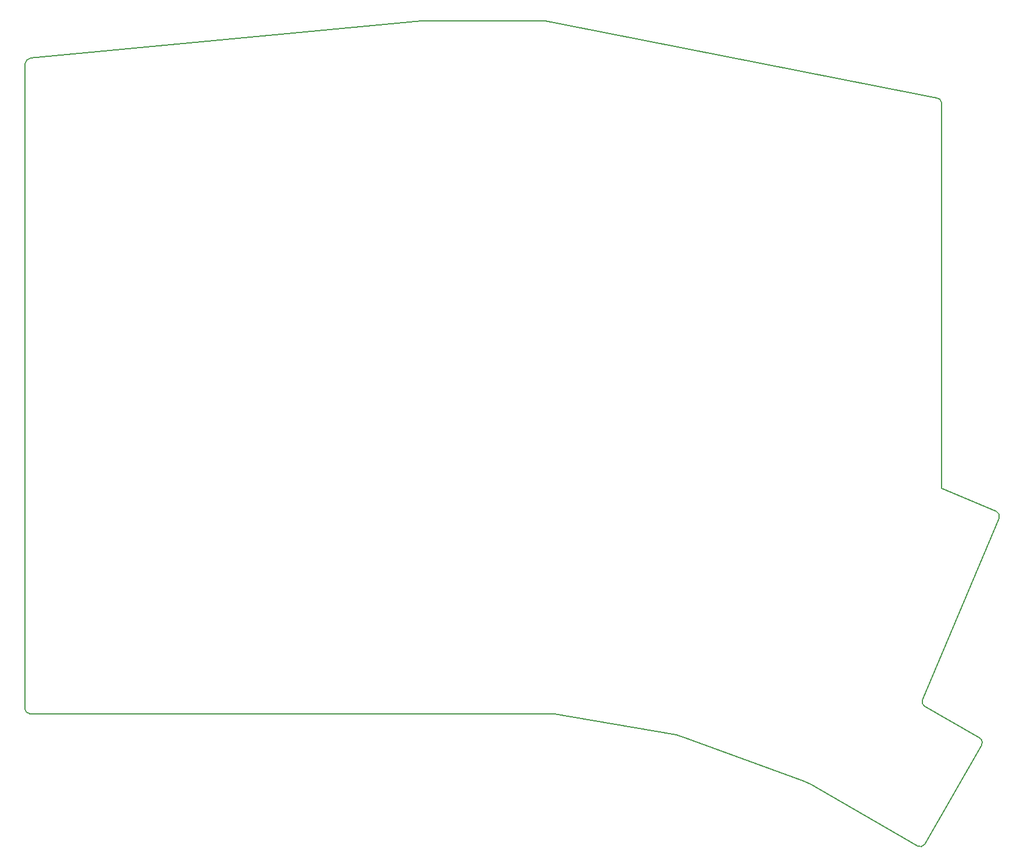
<source format=gbr>
G04 #@! TF.GenerationSoftware,KiCad,Pcbnew,(5.0.1-3-g963ef8bb5)*
G04 #@! TF.CreationDate,2018-11-26T20:52:51+09:00*
G04 #@! TF.ProjectId,Pinky,50696E6B792E6B696361645F70636200,rev?*
G04 #@! TF.SameCoordinates,Original*
G04 #@! TF.FileFunction,Profile,NP*
%FSLAX46Y46*%
G04 Gerber Fmt 4.6, Leading zero omitted, Abs format (unit mm)*
G04 Created by KiCad (PCBNEW (5.0.1-3-g963ef8bb5)) date Monday, 26 November 2018 at 20:52:51*
%MOMM*%
%LPD*%
G01*
G04 APERTURE LIST*
%ADD10C,0.150000*%
G04 APERTURE END LIST*
D10*
X40294153Y-41431857D02*
G75*
G02X41100000Y-40600000I1005846J-168142D01*
G01*
X173300698Y-46400087D02*
G75*
G02X174000000Y-47100000I-100698J-799913D01*
G01*
X182000000Y-106800000D02*
G75*
G02X182400000Y-107800000I-300000J-700000D01*
G01*
X171500000Y-155400000D02*
G75*
G02X170500000Y-155600000I-600000J400000D01*
G01*
X179500000Y-139800000D02*
G75*
G02X179800000Y-140900000I-400000J-700000D01*
G01*
X41000000Y-136300000D02*
G75*
G02X40300000Y-135600000I0J700000D01*
G01*
X153900000Y-146200000D02*
X155000000Y-146700000D01*
X171500000Y-135200000D02*
G75*
G02X171200000Y-134300000I300000J600000D01*
G01*
X135300000Y-139400000D02*
X137000000Y-140000000D01*
X155000000Y-146700000D02*
X170500000Y-155600000D01*
X137000000Y-140000000D02*
X153900000Y-146200000D01*
X117500000Y-136300000D02*
X135300000Y-139400000D01*
X179800000Y-140900000D02*
X171500000Y-155400000D01*
X171500000Y-135200000D02*
X179500000Y-139800000D01*
X182000000Y-106800000D02*
X174000000Y-103400000D01*
X171200000Y-134300000D02*
X182400000Y-107800000D01*
X174000000Y-47100000D02*
X174000000Y-103400000D01*
X116200000Y-35200000D02*
X173300000Y-46400000D01*
X98100000Y-35200000D02*
X116200000Y-35200000D01*
X41100000Y-40600000D02*
X98100000Y-35200000D01*
X40300000Y-135600000D02*
X40300000Y-41400000D01*
X117500000Y-136300000D02*
X41000000Y-136300000D01*
M02*

</source>
